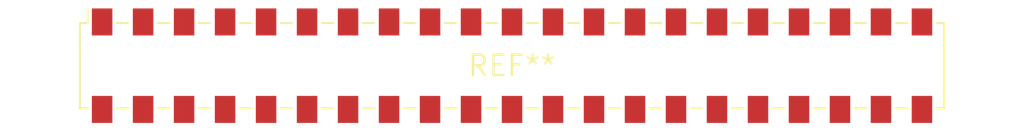
<source format=kicad_pcb>
(kicad_pcb (version 20240108) (generator pcbnew)
  (layers (0 "F.Cu" signal) (31 "B.Cu" signal) (34 "B.Paste" user) (35 "F.Paste" user) (36 "B.SilkS" user "B.Silkscreen") (37 "F.SilkS" user "F.Silkscreen") (38 "B.Mask" user) (39 "F.Mask" user) (44 "Edge.Cuts" user))
  (net 0 "")
  (footprint "Samtec_HLE-121-02-xxx-DV-BE-LC_2x21_P2.54mm_Horizontal" (layer "F.Cu") (at 0 0)
    (property "Reference" "REF**")
    (property "Value" "Samtec_HLE-121-02-xxx-DV-BE-LC_2x21_P2.54mm_Horizontal")
    (fp_line (start -26.78 -2.65) (end -26.78 2.65) (layer "F.SilkS") (stroke (width 0.12)))
    (fp_line (start -26.78 2.65) (end -26.295 2.65) (layer "F.SilkS") (stroke (width 0.12)))
    (fp_line (start -26.295 -3.56) (end -26.295 -2.65) (layer "F.SilkS") (stroke (width 0.12)))
    (fp_line (start -26.295 -2.65) (end -26.78 -2.65) (layer "F.SilkS") (stroke (width 0.12)))
    (fp_line (start -24.505 -2.65) (end -23.755 -2.65) (layer "F.SilkS") (stroke (width 0.12)))
    (fp_line (start -24.505 2.65) (end -23.755 2.65) (layer "F.SilkS") (stroke (width 0.12)))
    (fp_line (start -21.965 -2.65) (end -21.215 -2.65) (layer "F.SilkS") (stroke (width 0.12)))
    (fp_line (start -21.965 2.65) (end -21.215 2.65) (layer "F.SilkS") (stroke (width 0.12)))
    (fp_line (start -19.425 -2.65) (end -18.675 -2.65) (layer "F.SilkS") (stroke (width 0.12)))
    (fp_line (start -19.425 2.65) (end -18.675 2.65) (layer "F.SilkS") (stroke (width 0.12)))
    (fp_line (start -16.885 -2.65) (end -16.135 -2.65) (layer "F.SilkS") (stroke (width 0.12)))
    (fp_line (start -16.885 2.65) (end -16.135 2.65) (layer "F.SilkS") (stroke (width 0.12)))
    (fp_line (start -14.345 -2.65) (end -13.595 -2.65) (layer "F.SilkS") (stroke (width 0.12)))
    (fp_line (start -14.345 2.65) (end -13.595 2.65) (layer "F.SilkS") (stroke (width 0.12)))
    (fp_line (start -11.805 -2.65) (end -11.055 -2.65) (layer "F.SilkS") (stroke (width 0.12)))
    (fp_line (start -11.805 2.65) (end -11.055 2.65) (layer "F.SilkS") (stroke (width 0.12)))
    (fp_line (start -9.265 -2.65) (end -8.515 -2.65) (layer "F.SilkS") (stroke (width 0.12)))
    (fp_line (start -9.265 2.65) (end -8.515 2.65) (layer "F.SilkS") (stroke (width 0.12)))
    (fp_line (start -6.725 -2.65) (end -5.975 -2.65) (layer "F.SilkS") (stroke (width 0.12)))
    (fp_line (start -6.725 2.65) (end -5.975 2.65) (layer "F.SilkS") (stroke (width 0.12)))
    (fp_line (start -4.185 -2.65) (end -3.435 -2.65) (layer "F.SilkS") (stroke (width 0.12)))
    (fp_line (start -4.185 2.65) (end -3.435 2.65) (layer "F.SilkS") (stroke (width 0.12)))
    (fp_line (start -1.645 -2.65) (end -0.895 -2.65) (layer "F.SilkS") (stroke (width 0.12)))
    (fp_line (start -1.645 2.65) (end -0.895 2.65) (layer "F.SilkS") (stroke (width 0.12)))
    (fp_line (start 0.895 -2.65) (end 1.645 -2.65) (layer "F.SilkS") (stroke (width 0.12)))
    (fp_line (start 0.895 2.65) (end 1.645 2.65) (layer "F.SilkS") (stroke (width 0.12)))
    (fp_line (start 3.435 -2.65) (end 4.185 -2.65) (layer "F.SilkS") (stroke (width 0.12)))
    (fp_line (start 3.435 2.65) (end 4.185 2.65) (layer "F.SilkS") (stroke (width 0.12)))
    (fp_line (start 5.975 -2.65) (end 6.725 -2.65) (layer "F.SilkS") (stroke (width 0.12)))
    (fp_line (start 5.975 2.65) (end 6.725 2.65) (layer "F.SilkS") (stroke (width 0.12)))
    (fp_line (start 8.515 -2.65) (end 9.265 -2.65) (layer "F.SilkS") (stroke (width 0.12)))
    (fp_line (start 8.515 2.65) (end 9.265 2.65) (layer "F.SilkS") (stroke (width 0.12)))
    (fp_line (start 11.055 -2.65) (end 11.805 -2.65) (layer "F.SilkS") (stroke (width 0.12)))
    (fp_line (start 11.055 2.65) (end 11.805 2.65) (layer "F.SilkS") (stroke (width 0.12)))
    (fp_line (start 13.595 -2.65) (end 14.345 -2.65) (layer "F.SilkS") (stroke (width 0.12)))
    (fp_line (start 13.595 2.65) (end 14.345 2.65) (layer "F.SilkS") (stroke (width 0.12)))
    (fp_line (start 16.135 -2.65) (end 16.885 -2.65) (layer "F.SilkS") (stroke (width 0.12)))
    (fp_line (start 16.135 2.65) (end 16.885 2.65) (layer "F.SilkS") (stroke (width 0.12)))
    (fp_line (start 18.675 -2.65) (end 19.425 -2.65) (layer "F.SilkS") (stroke (width 0.12)))
    (fp_line (start 18.675 2.65) (end 19.425 2.65) (layer "F.SilkS") (stroke (width 0.12)))
    (fp_line (start 21.215 -2.65) (end 21.965 -2.65) (layer "F.SilkS") (stroke (width 0.12)))
    (fp_line (start 21.215 2.65) (end 21.965 2.65) (layer "F.SilkS") (stroke (width 0.12)))
    (fp_line (start 23.755 -2.65) (end 24.505 -2.65) (layer "F.SilkS") (stroke (width 0.12)))
    (fp_line (start 23.755 2.65) (end 24.505 2.65) (layer "F.SilkS") (stroke (width 0.12)))
    (fp_line (start 26.295 -2.65) (end 26.78 -2.65) (layer "F.SilkS") (stroke (width 0.12)))
    (fp_line (start 26.78 -2.65) (end 26.78 2.65) (layer "F.SilkS") (stroke (width 0.12)))
    (fp_line (start 26.78 2.65) (end 26.295 2.65) (layer "F.SilkS") (stroke (width 0.12)))
    (pad "" np_thru_hole circle (at -25.4 -1.27) (size 0.97 0.97) (drill 0.97) (layers *.Cu *.Mask))
    (pad "" np_thru_hole circle (at -25.4 1.27) (size 0.97 0.97) (drill 0.97) (layers *.Cu *.Mask))
    (pad "" np_thru_hole circle (at -24.13 0) (size 1.19 1.19) (drill 1.19) (layers *.Cu *.Mask))
    (pad "" np_thru_hole circle (at -22.86 -1.27) (size 0.97 0.97) (drill 0.97) (layers *.Cu *.Mask))
    (pad "" np_thru_hole circle (at -22.86 1.27) (size 0.97 0.97) (drill 0.97) (layers *.Cu *.Mask))
    (pad "" np_thru_hole circle (at -20.32 -1.27) (size 0.97 0.97) (drill 0.97) (layers *.Cu *.Mask))
    (pad "" np_thru_hole circle (at -20.32 1.27) (size 0.97 0.97) (drill 0.97) (layers *.Cu *.Mask))
    (pad "" np_thru_hole circle (at -17.78 -1.27) (size 0.97 0.97) (drill 0.97) (layers *.Cu *.Mask))
    (pad "" np_thru_hole circle (at -17.78 1.27) (size 0.97 0.97) (drill 0.97) (layers *.Cu *.Mask))
    (pad "" np_thru_hole circle (at -15.24 -1.27) (size 0.97 0.97) (drill 0.97) (layers *.Cu *.Mask))
    (pad "" np_thru_hole circle (at -15.24 1.27) (size 0.97 0.97) (drill 0.97) (layers *.Cu *.Mask))
    (pad "" np_thru_hole circle (at -12.7 -1.27) (size 0.97 0.97) (drill 0.97) (layers *.Cu *.Mask))
    (pad "" np_thru_hole circle (at -12.7 1.27) (size 0.97 0.97) (drill 0.97) (layers *.Cu *.Mask))
    (pad "" np_thru_hole circle (at -10.16 -1.27) (size 0.97 0.97) (drill 0.97) (layers *.Cu *.Mask))
    (pad "" np_thru_hole circle (at -10.16 1.27) (size 0.97 0.97) (drill 0.97) (layers *.Cu *.Mask))
    (pad "" np_thru_hole circle (at -7.62 -1.27) (size 0.97 0.97) (drill 0.97) (layers *.Cu *.Mask))
    (pad "" np_thru_hole circle (at -7.62 1.27) (size 0.97 0.97) (drill 0.97) (layers *.Cu *.Mask))
    (pad "" np_thru_hole circle (at -5.08 -1.27) (size 0.97 0.97) (drill 0.97) (layers *.Cu *.Mask))
    (pad "" np_thru_hole circle (at -5.08 1.27) (size 0.97 0.97) (drill 0.97) (layers *.Cu *.Mask))
    (pad "" np_thru_hole circle (at -2.54 -1.27) (size 0.97 0.97) (drill 0.97) (layers *.Cu *.Mask))
    (pad "" np_thru_hole circle (at -2.54 1.27) (size 0.97 0.97) (drill 0.97) (layers *.Cu *.Mask))
    (pad "" np_thru_hole circle (at 0 -1.27) (size 0.97 0.97) (drill 0.97) (layers *.Cu *.Mask))
    (pad "" np_thru_hole circle (at 0 1.27) (size 0.97 0.97) (drill 0.97) (layers *.Cu *.Mask))
    (pad "" np_thru_hole circle (at 2.54 -1.27) (size 0.97 0.97) (drill 0.97) (layers *.Cu *.Mask))
    (pad "" np_thru_hole circle (at 2.54 1.27) (size 0.97 0.97) (drill 0.97) (layers *.Cu *.Mask))
    (pad "" np_thru_hole circle (at 5.08 -1.27) (size 0.97 0.97) (drill 0.97) (layers *.Cu *.Mask))
    (pad "" np_thru_hole circle (at 5.08 1.27) (size 0.97 0.97) (drill 0.97) (layers *.Cu *.Mask))
    (pad "" np_thru_hole circle (at 7.62 -1.27) (size 0.97 0.97) (drill 0.97) (layers *.Cu *.Mask))
    (pad "" np_thru_hole circle (at 7.62 1.27) (size 0.97 0.97) (drill 0.97) (layers *.Cu *.Mask))
    (pad "" np_thru_hole circle (at 10.16 -1.27) (size 0.97 0.97) (drill 0.97) (layers *.Cu *.Mask))
    (pad "" np_thru_hole circle (at 10.16 1.27) (size 0.97 0.97) (drill 0.97) (layers *.Cu *.Mask))
    (pad "" np_thru_hole circle (at 12.7 -1.27) (size 0.97 0.97) (drill 0.97) (layers *.Cu *.Mask))
    (pad "" np_thru_hole circle (at 12.7 1.27) (size 0.97 0.97) (drill 0.97) (layers *.Cu *.Mask))
    (pad "" np_thru_hole circle (at 15.24 -1.27) (size 0.97 0.97) (drill 0.97) (layers *.Cu *.Mask))
    (pad "" np_thru_hole circle (at 15.24 1.27) (size 0.97 0.97) (drill 0.97) (layers *.Cu *.Mask))
    (pad "" np_thru_hole circle (at 17.78 -1.27) (size 0.97 0.97) (drill 0.97) (layers *.Cu *.Mask))
    (pad "" np_thru_hole circle (at 17.78 1.27) (size 0.97 0.97) (drill 0.97) (layers *.Cu *.Mask))
    (pad "" np_thru_hole circle (at 20.32 -1.27) (size 0.97 0.97) (drill 0.97) (layers *.Cu *.Mask))
    (pad "" np_thru_hole circle (at 20.32 1.27) (size 0.97 0.97) (drill 0.97) (layers *.Cu *.Mask))
    (pad "" np_thru_hole circle (at 22.86 -1.27) (size 0.97 0.97) (drill 0.97) (layers *.Cu *.Mask))
    (pad "" np_thru_hole circle (at 22.86 1.27) (size 0.97 0.97) (drill 0.97) (layers *.Cu *.Mask))
    (pad "" np_thru_hole circle (at 24.13 0) (size 1.19 1.19) (drill 1.19) (layers *.Cu *.Mask))
    (pad "" np_thru_hole circle (at 25.4 -1.27) (size 0.97 0.97) (drill 0.97) (layers *.Cu *.Mask))
    (pad "" np_thru_hole circle (at 25.4 1.27) (size 0.97 0.97) (drill 0.97) (layers *.Cu *.Mask))
    (pad "1" smd rect (at -25.4 -2.72) (size 1.27 1.68) (layers "F.Cu" "F.Paste" "F.Mask"))
    (pad "2" smd rect (at -25.4 2.72) (size 1.27 1.68) (layers "F.Cu" "F.Paste" "F.Mask"))
    (pad "3" smd rect (at -22.86 -2.72) (size 1.27 1.68) (layers "F.Cu" "F.Paste" "F.Mask"))
    (pad "4" smd rect (at -22.86 2.72) (size 1.27 1.68) (layers "F.Cu" "F.Paste" "F.Mask"))
    (pad "5" smd rect (at -20.32 -2.72) (size 1.27 1.68) (layers "F.Cu" "F.Paste" "F.Mask"))
    (pad "6" smd rect (at -20.32 2.72) (size 1.27 1.68) (layers "F.Cu" "F.Paste" "F.Mask"))
    (pad "7" smd rect (at -17.78 -2.72) (size 1.27 1.68) (layers "F.Cu" "F.Paste" "F.Mask"))
    (pad "8" smd rect (at -17.78 2.72) (size 1.27 1.68) (layers "F.Cu" "F.Paste" "F.Mask"))
    (pad "9" smd rect (at -15.24 -2.72) (size 1.27 1.68) (layers "F.Cu" "F.Paste" "F.Mask"))
    (pad "10" smd rect (at -15.24 2.72) (size 1.27 1.68) (layers "F.Cu" "F.Paste" "F.Mask"))
    (pad "11" smd rect (at -12.7 -2.72) (size 1.27 1.68) (layers "F.Cu" "F.Paste" "F.Mask"))
    (pad "12" smd rect (at -12.7 2.72) (size 1.27 1.68) (layers "F.Cu" "F.Paste" "F.Mask"))
    (pad "13" smd rect (at -10.16 -2.72) (size 1.27 1.68) (layers "F.Cu" "F.Paste" "F.Mask"))
    (pad "14" smd rect (at -10.16 2.72) (size 1.27 1.68) (layers "F.Cu" "F.Paste" "F.Mask"))
    (pad "15" smd rect (at -7.62 -2.72) (size 1.27 1.68) (layers "F.Cu" "F.Paste" "F.Mask"))
    (pad "16" smd rect (at -7.62 2.72) (size 1.27 1.68) (layers "F.Cu" "F.Paste" "F.Mask"))
    (pad "17" smd rect (at -5.08 -2.72) (size 1.27 1.68) (layers "F.Cu" "F.Paste" "F.Mask"))
    (pad "18" smd rect (at -5.08 2.72) (size 1.27 1.68) (layers "F.Cu" "F.Paste" "F.Mask"))
    (pad "19" smd rect (at -2.54 -2.72) (size 1.27 1.68) (layers "F.Cu" "F.Paste" "F.Mask"))
    (pad "20" smd rect (at -2.54 2.72) (size 1.27 1.68) (layers "F.Cu" "F.Paste" "F.Mask"))
    (pad "21" smd rect (at 0 -2.72) (size 1.27 1.68) (layers "F.Cu" "F.Paste" "F.Mask"))
    (pad "22" smd rect (at 0 2.72) (size 1.27 1.68) (layers "F.Cu" "F.Paste" "F.Mask"))
    (pad "23" smd rect (at 2.54 -2.72) (size 1.27 1.68) (layers "F.Cu" "F.Paste" "F.Mask"))
    (pad "24" smd rect (at 2.54 2.72) (size 1.27 1.68) (layers "F.Cu" "F.Paste" "F.Mask"))
    (pad "25" smd rect (at 5.08 -2.72) (size 1.27 1.68) (layers "F.Cu" "F.Paste" "F.Mask"))
    (pad "26" smd rect (at 5.08 2.72) (size 1.27 1.68) (layers "F.Cu" "F.Paste" "F.Mask"))
    (pad "27" smd rect (at 7.62 -2.72) (size 1.27 1.68) (layers "F.Cu" "F.Paste" "F.Mask"))
    (pad "28" smd rect (at 7.62 2.72) (size 1.27 1.68) (layers "F.Cu" "F.Paste" "F.Mask"))
    (pad "29" smd rect (at 10.16 -2.72) (size 1.27 1.68) (layers "F.Cu" "F.Paste" "F.Mask"))
    (pad "30" smd rect (at 10.16 2.72) (size 1.27 1.68) (layers "F.Cu" "F.Paste" "F.Mask"))
    (pad "31" smd rect (at 12.7 -2.72) (size 1.27 1.68) (layers "F.Cu" "F.Paste" "F.Mask"))
    (pad "32" smd rect (at 12.7 2.72) (size 1.27 1.68) (layers "F.Cu" "F.Paste" "F.Mask"))
    (pad "33" smd rect (at 15.24 -2.72) (size 1.27 1.68) (layers "F.Cu" "F.Paste" "F.Mask"))
    (pad "34" smd rect (at 15.24 2.72) (size 1.27 1.68) (layers "F.Cu" "F.Paste" "F.Mask"))
    (pad "35" smd rect (at 17.78 -2.72) (size 1.27 1.68) (layers "F.Cu" "F.Paste" "F.Mask"))
    (pad "36" smd rect (at 17.78 2.72) (size 1.27 1.68) (layers "F.Cu" "F.Paste" "F.Mask"))
    (pad "37" smd rect (at 20.32 -2.72) (size 1.27 1.68) (layers "F.Cu" "F.Paste" "F.Mask"))
    (pad "38" smd rect (at 20.32 2.72) (size 1.27 1.68) (layers "F.Cu" "F.Paste" "F.Mask"))
    (pad "39" smd rect (at 22.86 -2.72) (size 1.27 1.68) (layers "F.Cu" "F.Paste" "F.Mask"))
    (pad "40" smd rect (at 22.86 2.72) (size 1.27 1.68) (layers "F.Cu" "F.Paste" "F.Mask"))
    (pad "41" smd rect (at 25.4 -2.72) (size 1.27 1.68) (layers "F.Cu" "F.Paste" "F.Mask"))
    (pad "42" smd rect (at 25.4 2.72) (size 1.27 1.68) (layers "F.Cu" "F.Paste" "F.Mask"))
  )
)
</source>
